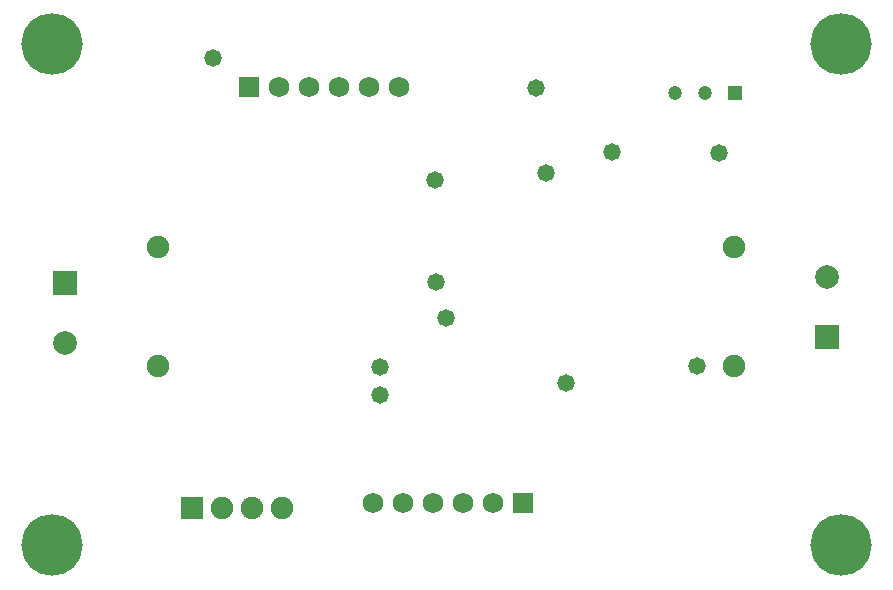
<source format=gbs>
G04*
G04 #@! TF.GenerationSoftware,Altium Limited,Altium Designer,19.1.5 (86)*
G04*
G04 Layer_Color=16711935*
%FSLAX25Y25*%
%MOIN*%
G70*
G01*
G75*
%ADD22C,0.20485*%
%ADD23C,0.06902*%
%ADD24R,0.06902X0.06902*%
%ADD25R,0.07493X0.07493*%
%ADD26C,0.07493*%
%ADD27C,0.04724*%
%ADD28R,0.04724X0.04724*%
%ADD29C,0.07887*%
%ADD30R,0.07887X0.07887*%
%ADD31C,0.05800*%
D22*
X14173Y181496D02*
D03*
Y14567D02*
D03*
X277165D02*
D03*
Y181496D02*
D03*
D23*
X151221Y28583D02*
D03*
X141220D02*
D03*
X131220D02*
D03*
X121221D02*
D03*
X161221D02*
D03*
X99882Y167362D02*
D03*
X109882D02*
D03*
X119882D02*
D03*
X129882D02*
D03*
X89882D02*
D03*
D24*
X171221Y28583D02*
D03*
X79882Y167362D02*
D03*
D25*
X60709Y27126D02*
D03*
D26*
X70709D02*
D03*
X80709D02*
D03*
X90709D02*
D03*
X241535Y113819D02*
D03*
Y74449D02*
D03*
X49646Y113819D02*
D03*
Y74449D02*
D03*
D27*
X221693Y165177D02*
D03*
X231693D02*
D03*
D28*
X241693D02*
D03*
D29*
X272638Y104134D02*
D03*
X18583Y81929D02*
D03*
D30*
X272638Y84134D02*
D03*
X18583Y101929D02*
D03*
D31*
X142126Y102362D02*
D03*
X229134Y74410D02*
D03*
X236614Y145276D02*
D03*
X141732Y136221D02*
D03*
X178740Y138583D02*
D03*
X67776Y176949D02*
D03*
X185472Y68583D02*
D03*
X200866Y145473D02*
D03*
X123661Y64796D02*
D03*
X145354Y90158D02*
D03*
X123661Y74002D02*
D03*
X175394Y166850D02*
D03*
M02*

</source>
